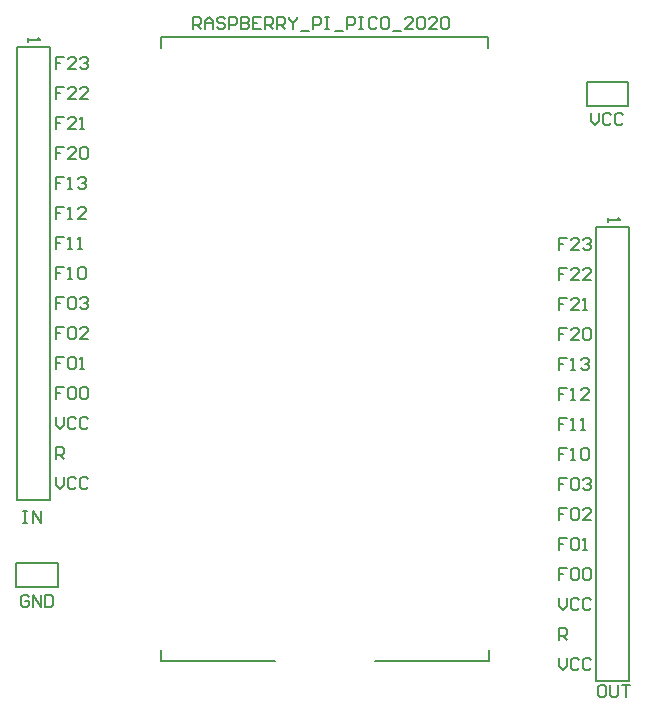
<source format=gto>
G04*
G04 #@! TF.GenerationSoftware,Altium Limited,Altium Designer,20.0.13 (296)*
G04*
G04 Layer_Color=16777215*
%FSLAX44Y44*%
%MOMM*%
G71*
G01*
G75*
%ADD10C,0.1530*%
%ADD11C,0.2000*%
%ADD12C,0.1524*%
D10*
X1094000Y1063500D02*
Y1083500D01*
X1059000Y1063500D02*
X1094000D01*
X1059000D02*
Y1083500D01*
X1094000D01*
X610789Y656336D02*
Y676336D01*
X575789Y656336D02*
X610789D01*
X575789D02*
Y676336D01*
X610789D01*
D11*
X1094805Y576912D02*
Y708512D01*
X1066805Y576912D02*
Y960512D01*
Y576912D02*
X1094805D01*
Y708512D02*
Y960512D01*
X1066805D02*
X1094805D01*
X603933Y729550D02*
Y861150D01*
X575933Y729550D02*
Y1113150D01*
Y729550D02*
X603933D01*
Y861150D02*
Y1113150D01*
X575933D02*
X603933D01*
X698071Y593069D02*
X794486D01*
X879065D02*
X975555D01*
X748019Y1121669D02*
X975501D01*
X697998D02*
X748019D01*
X975501Y1112081D02*
Y1121669D01*
X697998Y1112081D02*
Y1121669D01*
X975555Y593069D02*
Y602658D01*
X698071Y593069D02*
Y602658D01*
D12*
X1042100Y951491D02*
X1035329D01*
Y946413D01*
X1038715D01*
X1035329D01*
Y941335D01*
X1052257D02*
X1045486D01*
X1052257Y948106D01*
Y949799D01*
X1050564Y951491D01*
X1047178D01*
X1045486Y949799D01*
X1055642D02*
X1057335Y951491D01*
X1060721D01*
X1062413Y949799D01*
Y948106D01*
X1060721Y946413D01*
X1059028D01*
X1060721D01*
X1062413Y944720D01*
Y943028D01*
X1060721Y941335D01*
X1057335D01*
X1055642Y943028D01*
X1035349Y595892D02*
Y589121D01*
X1038735Y585736D01*
X1042120Y589121D01*
Y595892D01*
X1052277Y594200D02*
X1050584Y595892D01*
X1047199D01*
X1045506Y594200D01*
Y587429D01*
X1047199Y585736D01*
X1050584D01*
X1052277Y587429D01*
X1062434Y594200D02*
X1060741Y595892D01*
X1057355D01*
X1055663Y594200D01*
Y587429D01*
X1057355Y585736D01*
X1060741D01*
X1062434Y587429D01*
X1035329Y646692D02*
Y639921D01*
X1038715Y636535D01*
X1042100Y639921D01*
Y646692D01*
X1052257Y644999D02*
X1050564Y646692D01*
X1047179D01*
X1045486Y644999D01*
Y638228D01*
X1047179Y636535D01*
X1050564D01*
X1052257Y638228D01*
X1062414Y644999D02*
X1060721Y646692D01*
X1057335D01*
X1055642Y644999D01*
Y638228D01*
X1057335Y636535D01*
X1060721D01*
X1062414Y638228D01*
X1042100Y672092D02*
X1035329D01*
Y667013D01*
X1038715D01*
X1035329D01*
Y661935D01*
X1045486Y670399D02*
X1047178Y672092D01*
X1050564D01*
X1052257Y670399D01*
Y663628D01*
X1050564Y661935D01*
X1047178D01*
X1045486Y663628D01*
Y670399D01*
X1055642D02*
X1057335Y672092D01*
X1060721D01*
X1062413Y670399D01*
Y663628D01*
X1060721Y661935D01*
X1057335D01*
X1055642Y663628D01*
Y670399D01*
X1042100Y697492D02*
X1035329D01*
Y692413D01*
X1038715D01*
X1035329D01*
Y687335D01*
X1045486Y695799D02*
X1047178Y697492D01*
X1050564D01*
X1052257Y695799D01*
Y689028D01*
X1050564Y687335D01*
X1047178D01*
X1045486Y689028D01*
Y695799D01*
X1055642Y687335D02*
X1059028D01*
X1057335D01*
Y697492D01*
X1055642Y695799D01*
X1042100Y722892D02*
X1035329D01*
Y717813D01*
X1038715D01*
X1035329D01*
Y712735D01*
X1045486Y721199D02*
X1047179Y722892D01*
X1050564D01*
X1052257Y721199D01*
Y714428D01*
X1050564Y712735D01*
X1047179D01*
X1045486Y714428D01*
Y721199D01*
X1062414Y712735D02*
X1055642D01*
X1062414Y719506D01*
Y721199D01*
X1060721Y722892D01*
X1057335D01*
X1055642Y721199D01*
X1042100Y748292D02*
X1035329D01*
Y743213D01*
X1038715D01*
X1035329D01*
Y738135D01*
X1045486Y746599D02*
X1047178Y748292D01*
X1050564D01*
X1052257Y746599D01*
Y739828D01*
X1050564Y738135D01*
X1047178D01*
X1045486Y739828D01*
Y746599D01*
X1055642D02*
X1057335Y748292D01*
X1060721D01*
X1062413Y746599D01*
Y744906D01*
X1060721Y743213D01*
X1059028D01*
X1060721D01*
X1062413Y741521D01*
Y739828D01*
X1060721Y738135D01*
X1057335D01*
X1055642Y739828D01*
X1042100Y773692D02*
X1035329D01*
Y768614D01*
X1038715D01*
X1035329D01*
Y763535D01*
X1045486D02*
X1048871D01*
X1047179D01*
Y773692D01*
X1045486Y771999D01*
X1053950D02*
X1055642Y773692D01*
X1059028D01*
X1060721Y771999D01*
Y765228D01*
X1059028Y763535D01*
X1055642D01*
X1053950Y765228D01*
Y771999D01*
X1042100Y799091D02*
X1035329D01*
Y794013D01*
X1038715D01*
X1035329D01*
Y788935D01*
X1045486D02*
X1048871D01*
X1047178D01*
Y799091D01*
X1045486Y797399D01*
X1053950Y788935D02*
X1057335D01*
X1055642D01*
Y799091D01*
X1053950Y797399D01*
X1042100Y824492D02*
X1035329D01*
Y819413D01*
X1038715D01*
X1035329D01*
Y814335D01*
X1045486D02*
X1048871D01*
X1047178D01*
Y824492D01*
X1045486Y822799D01*
X1060721Y814335D02*
X1053950D01*
X1060721Y821106D01*
Y822799D01*
X1059028Y824492D01*
X1055642D01*
X1053950Y822799D01*
X1042100Y849892D02*
X1035329D01*
Y844813D01*
X1038715D01*
X1035329D01*
Y839735D01*
X1045486D02*
X1048871D01*
X1047178D01*
Y849892D01*
X1045486Y848199D01*
X1053950D02*
X1055642Y849892D01*
X1059028D01*
X1060721Y848199D01*
Y846506D01*
X1059028Y844813D01*
X1057335D01*
X1059028D01*
X1060721Y843120D01*
Y841428D01*
X1059028Y839735D01*
X1055642D01*
X1053950Y841428D01*
X1042100Y875292D02*
X1035329D01*
Y870213D01*
X1038715D01*
X1035329D01*
Y865135D01*
X1052257D02*
X1045486D01*
X1052257Y871906D01*
Y873599D01*
X1050564Y875292D01*
X1047178D01*
X1045486Y873599D01*
X1055642D02*
X1057335Y875292D01*
X1060721D01*
X1062413Y873599D01*
Y866828D01*
X1060721Y865135D01*
X1057335D01*
X1055642Y866828D01*
Y873599D01*
X1042100Y900692D02*
X1035329D01*
Y895613D01*
X1038715D01*
X1035329D01*
Y890535D01*
X1052257D02*
X1045486D01*
X1052257Y897306D01*
Y898999D01*
X1050564Y900692D01*
X1047178D01*
X1045486Y898999D01*
X1055642Y890535D02*
X1059028D01*
X1057335D01*
Y900692D01*
X1055642Y898999D01*
X1042100Y926092D02*
X1035329D01*
Y921013D01*
X1038715D01*
X1035329D01*
Y915935D01*
X1052257D02*
X1045486D01*
X1052257Y922706D01*
Y924399D01*
X1050564Y926092D01*
X1047178D01*
X1045486Y924399D01*
X1062413Y915935D02*
X1055642D01*
X1062413Y922706D01*
Y924399D01*
X1060721Y926092D01*
X1057335D01*
X1055642Y924399D01*
X1076329Y968388D02*
Y965002D01*
Y966695D01*
X1086486D01*
X1084793Y968388D01*
X1035329Y611135D02*
Y621292D01*
X1040407D01*
X1042100Y619599D01*
Y616213D01*
X1040407Y614521D01*
X1035329D01*
X1038715D02*
X1042100Y611135D01*
X609478Y749031D02*
Y742260D01*
X612863Y738874D01*
X616249Y742260D01*
Y749031D01*
X626406Y747338D02*
X624713Y749031D01*
X621327D01*
X619635Y747338D01*
Y740567D01*
X621327Y738874D01*
X624713D01*
X626406Y740567D01*
X636562Y747338D02*
X634870Y749031D01*
X631484D01*
X629791Y747338D01*
Y740567D01*
X631484Y738874D01*
X634870D01*
X636562Y740567D01*
X609458Y799830D02*
Y793059D01*
X612843Y789673D01*
X616229Y793059D01*
Y799830D01*
X626385Y798137D02*
X624693Y799830D01*
X621307D01*
X619614Y798137D01*
Y791366D01*
X621307Y789673D01*
X624693D01*
X626385Y791366D01*
X636542Y798137D02*
X634850Y799830D01*
X631464D01*
X629771Y798137D01*
Y791366D01*
X631464Y789673D01*
X634850D01*
X636542Y791366D01*
X616229Y825230D02*
X609458D01*
Y820152D01*
X612843D01*
X609458D01*
Y815073D01*
X619614Y823537D02*
X621307Y825230D01*
X624693D01*
X626385Y823537D01*
Y816766D01*
X624693Y815073D01*
X621307D01*
X619614Y816766D01*
Y823537D01*
X629771D02*
X631464Y825230D01*
X634849D01*
X636542Y823537D01*
Y816766D01*
X634849Y815073D01*
X631464D01*
X629771Y816766D01*
Y823537D01*
X616229Y850630D02*
X609458D01*
Y845552D01*
X612843D01*
X609458D01*
Y840473D01*
X619614Y848937D02*
X621307Y850630D01*
X624693D01*
X626385Y848937D01*
Y842166D01*
X624693Y840473D01*
X621307D01*
X619614Y842166D01*
Y848937D01*
X629771Y840473D02*
X633157D01*
X631464D01*
Y850630D01*
X629771Y848937D01*
X616229Y876030D02*
X609458D01*
Y870952D01*
X612843D01*
X609458D01*
Y865873D01*
X619614Y874337D02*
X621307Y876030D01*
X624693D01*
X626385Y874337D01*
Y867566D01*
X624693Y865873D01*
X621307D01*
X619614Y867566D01*
Y874337D01*
X636542Y865873D02*
X629771D01*
X636542Y872645D01*
Y874337D01*
X634850Y876030D01*
X631464D01*
X629771Y874337D01*
X616229Y901430D02*
X609458D01*
Y896352D01*
X612843D01*
X609458D01*
Y891273D01*
X619614Y899737D02*
X621307Y901430D01*
X624693D01*
X626385Y899737D01*
Y892966D01*
X624693Y891273D01*
X621307D01*
X619614Y892966D01*
Y899737D01*
X629771D02*
X631464Y901430D01*
X634849D01*
X636542Y899737D01*
Y898044D01*
X634849Y896352D01*
X633157D01*
X634849D01*
X636542Y894659D01*
Y892966D01*
X634849Y891273D01*
X631464D01*
X629771Y892966D01*
X616229Y926830D02*
X609458D01*
Y921752D01*
X612843D01*
X609458D01*
Y916673D01*
X619614D02*
X623000D01*
X621307D01*
Y926830D01*
X619614Y925137D01*
X628078D02*
X629771Y926830D01*
X633157D01*
X634850Y925137D01*
Y918366D01*
X633157Y916673D01*
X629771D01*
X628078Y918366D01*
Y925137D01*
X616229Y952230D02*
X609458D01*
Y947151D01*
X612843D01*
X609458D01*
Y942073D01*
X619614D02*
X623000D01*
X621307D01*
Y952230D01*
X619614Y950537D01*
X628078Y942073D02*
X631464D01*
X629771D01*
Y952230D01*
X628078Y950537D01*
X616229Y977630D02*
X609458D01*
Y972551D01*
X612843D01*
X609458D01*
Y967473D01*
X619614D02*
X623000D01*
X621307D01*
Y977630D01*
X619614Y975937D01*
X634849Y967473D02*
X628078D01*
X634849Y974244D01*
Y975937D01*
X633157Y977630D01*
X629771D01*
X628078Y975937D01*
X616229Y1003030D02*
X609458D01*
Y997951D01*
X612843D01*
X609458D01*
Y992873D01*
X619614D02*
X623000D01*
X621307D01*
Y1003030D01*
X619614Y1001337D01*
X628078D02*
X629771Y1003030D01*
X633157D01*
X634849Y1001337D01*
Y999644D01*
X633157Y997951D01*
X631464D01*
X633157D01*
X634849Y996259D01*
Y994566D01*
X633157Y992873D01*
X629771D01*
X628078Y994566D01*
X616229Y1028430D02*
X609458D01*
Y1023351D01*
X612843D01*
X609458D01*
Y1018273D01*
X626385D02*
X619614D01*
X626385Y1025044D01*
Y1026737D01*
X624693Y1028430D01*
X621307D01*
X619614Y1026737D01*
X629771D02*
X631464Y1028430D01*
X634849D01*
X636542Y1026737D01*
Y1019966D01*
X634849Y1018273D01*
X631464D01*
X629771Y1019966D01*
Y1026737D01*
X616229Y1053830D02*
X609458D01*
Y1048751D01*
X612843D01*
X609458D01*
Y1043673D01*
X626385D02*
X619614D01*
X626385Y1050444D01*
Y1052137D01*
X624693Y1053830D01*
X621307D01*
X619614Y1052137D01*
X629771Y1043673D02*
X633157D01*
X631464D01*
Y1053830D01*
X629771Y1052137D01*
X616229Y1079230D02*
X609458D01*
Y1074151D01*
X612843D01*
X609458D01*
Y1069073D01*
X626385D02*
X619614D01*
X626385Y1075844D01*
Y1077537D01*
X624693Y1079230D01*
X621307D01*
X619614Y1077537D01*
X636542Y1069073D02*
X629771D01*
X636542Y1075844D01*
Y1077537D01*
X634849Y1079230D01*
X631464D01*
X629771Y1077537D01*
X616229Y1104630D02*
X609458D01*
Y1099551D01*
X612843D01*
X609458D01*
Y1094473D01*
X626385D02*
X619614D01*
X626385Y1101244D01*
Y1102937D01*
X624693Y1104630D01*
X621307D01*
X619614Y1102937D01*
X629771D02*
X631464Y1104630D01*
X634849D01*
X636542Y1102937D01*
Y1101244D01*
X634849Y1099551D01*
X633157D01*
X634849D01*
X636542Y1097859D01*
Y1096166D01*
X634849Y1094473D01*
X631464D01*
X629771Y1096166D01*
X585457Y1121026D02*
Y1117641D01*
Y1119333D01*
X595614D01*
X593921Y1121026D01*
X609458Y764273D02*
Y774430D01*
X614536D01*
X616229Y772737D01*
Y769352D01*
X614536Y767659D01*
X609458D01*
X612843D02*
X616229Y764273D01*
X1062458Y1057078D02*
Y1050307D01*
X1065843Y1046922D01*
X1069229Y1050307D01*
Y1057078D01*
X1079386Y1055386D02*
X1077693Y1057078D01*
X1074307D01*
X1072614Y1055386D01*
Y1048614D01*
X1074307Y1046922D01*
X1077693D01*
X1079386Y1048614D01*
X1089542Y1055386D02*
X1087850Y1057078D01*
X1084464D01*
X1082771Y1055386D01*
Y1048614D01*
X1084464Y1046922D01*
X1087850D01*
X1089542Y1048614D01*
X586518Y647722D02*
X584825Y649415D01*
X581440D01*
X579747Y647722D01*
Y640951D01*
X581440Y639258D01*
X584825D01*
X586518Y640951D01*
Y644336D01*
X583133D01*
X589904Y639258D02*
Y649415D01*
X596675Y639258D01*
Y649415D01*
X600060D02*
Y639258D01*
X605139D01*
X606832Y640951D01*
Y647722D01*
X605139Y649415D01*
X600060D01*
X725662Y1128268D02*
Y1138425D01*
X730740D01*
X732433Y1136732D01*
Y1133346D01*
X730740Y1131654D01*
X725662D01*
X729047D02*
X732433Y1128268D01*
X735818D02*
Y1135039D01*
X739204Y1138425D01*
X742589Y1135039D01*
Y1128268D01*
Y1133346D01*
X735818D01*
X752746Y1136732D02*
X751053Y1138425D01*
X747668D01*
X745975Y1136732D01*
Y1135039D01*
X747668Y1133346D01*
X751053D01*
X752746Y1131654D01*
Y1129961D01*
X751053Y1128268D01*
X747668D01*
X745975Y1129961D01*
X756132Y1128268D02*
Y1138425D01*
X761210D01*
X762903Y1136732D01*
Y1133346D01*
X761210Y1131654D01*
X756132D01*
X766289Y1138425D02*
Y1128268D01*
X771367D01*
X773060Y1129961D01*
Y1131654D01*
X771367Y1133346D01*
X766289D01*
X771367D01*
X773060Y1135039D01*
Y1136732D01*
X771367Y1138425D01*
X766289D01*
X783216D02*
X776445D01*
Y1128268D01*
X783216D01*
X776445Y1133346D02*
X779831D01*
X786602Y1128268D02*
Y1138425D01*
X791680D01*
X793373Y1136732D01*
Y1133346D01*
X791680Y1131654D01*
X786602D01*
X789987D02*
X793373Y1128268D01*
X796759D02*
Y1138425D01*
X801837D01*
X803530Y1136732D01*
Y1133346D01*
X801837Y1131654D01*
X796759D01*
X800144D02*
X803530Y1128268D01*
X806915Y1138425D02*
Y1136732D01*
X810301Y1133346D01*
X813687Y1136732D01*
Y1138425D01*
X810301Y1133346D02*
Y1128268D01*
X817072Y1126575D02*
X823843D01*
X827229Y1128268D02*
Y1138425D01*
X832307D01*
X834000Y1136732D01*
Y1133346D01*
X832307Y1131654D01*
X827229D01*
X837386Y1138425D02*
X840771D01*
X839078D01*
Y1128268D01*
X837386D01*
X840771D01*
X845850Y1126575D02*
X852621D01*
X856006Y1128268D02*
Y1138425D01*
X861085D01*
X862777Y1136732D01*
Y1133346D01*
X861085Y1131654D01*
X856006D01*
X866163Y1138425D02*
X869549D01*
X867856D01*
Y1128268D01*
X866163D01*
X869549D01*
X881398Y1136732D02*
X879705Y1138425D01*
X876320D01*
X874627Y1136732D01*
Y1129961D01*
X876320Y1128268D01*
X879705D01*
X881398Y1129961D01*
X889862Y1138425D02*
X886476D01*
X884784Y1136732D01*
Y1129961D01*
X886476Y1128268D01*
X889862D01*
X891555Y1129961D01*
Y1136732D01*
X889862Y1138425D01*
X894940Y1126575D02*
X901712D01*
X911868Y1128268D02*
X905097D01*
X911868Y1135039D01*
Y1136732D01*
X910175Y1138425D01*
X906790D01*
X905097Y1136732D01*
X915254D02*
X916947Y1138425D01*
X920332D01*
X922025Y1136732D01*
Y1129961D01*
X920332Y1128268D01*
X916947D01*
X915254Y1129961D01*
Y1136732D01*
X932182Y1128268D02*
X925411D01*
X932182Y1135039D01*
Y1136732D01*
X930489Y1138425D01*
X927103D01*
X925411Y1136732D01*
X935567D02*
X937260Y1138425D01*
X940646D01*
X942338Y1136732D01*
Y1129961D01*
X940646Y1128268D01*
X937260D01*
X935567Y1129961D01*
Y1136732D01*
X1073036Y573078D02*
X1069650D01*
X1067958Y571386D01*
Y564614D01*
X1069650Y562922D01*
X1073036D01*
X1074729Y564614D01*
Y571386D01*
X1073036Y573078D01*
X1078114D02*
Y564614D01*
X1079807Y562922D01*
X1083193D01*
X1084886Y564614D01*
Y573078D01*
X1088271D02*
X1095042D01*
X1091657D01*
Y562922D01*
X581046Y720688D02*
X584431D01*
X582739D01*
Y710532D01*
X581046D01*
X584431D01*
X589510D02*
Y720688D01*
X596281Y710532D01*
Y720688D01*
M02*

</source>
